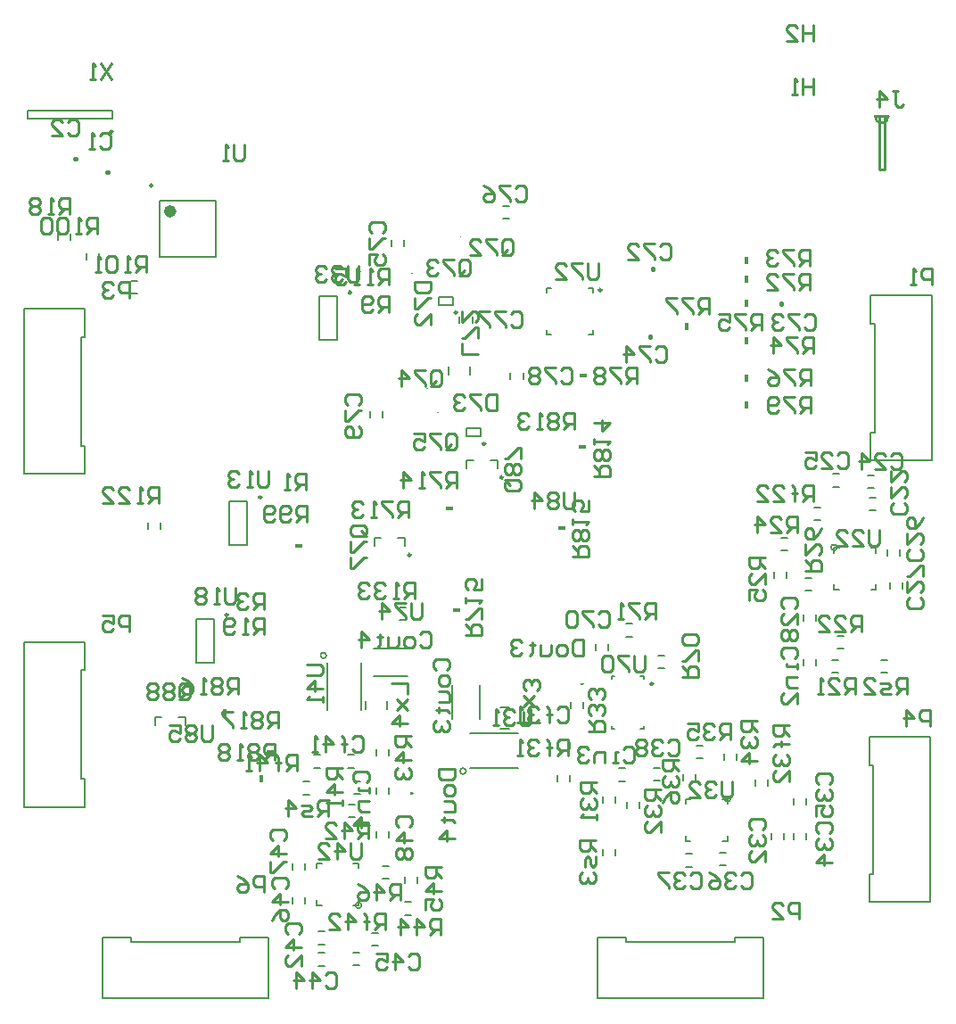
<source format=gto>
%FSLAX44Y44*%
%MOMM*%
G71*
G01*
G75*
G04 Layer_Color=65535*
%ADD10R,1.2192X0.8128*%
%ADD11R,0.6500X0.2500*%
%ADD12R,0.1900X0.7500*%
%ADD13R,1.6500X4.4000*%
%ADD14R,0.8128X1.2192*%
%ADD15R,0.3048X0.8128*%
%ADD16R,0.8128X0.3048*%
%ADD17R,0.6500X0.8500*%
%ADD18R,0.9500X0.6500*%
%ADD19R,2.0066X0.8128*%
%ADD20R,0.3556X1.4224*%
%ADD21R,1.2192X2.0066*%
%ADD22R,2.0066X1.2192*%
%ADD23R,1.0160X1.1176*%
%ADD24O,1.0000X0.2500*%
%ADD25O,0.2500X1.0000*%
%ADD26R,2.4500X2.4500*%
%ADD27R,0.8000X0.9000*%
%ADD28R,2.1000X0.7000*%
%ADD29R,0.7112X0.9144*%
%ADD30R,0.8890X0.3048*%
%ADD31R,0.2000X0.9100*%
%ADD32R,0.4500X0.5000*%
%ADD33R,0.8300X0.6300*%
%ADD34R,1.1176X1.0160*%
%ADD35O,1.6500X0.3000*%
%ADD36R,1.3000X1.9000*%
%ADD37R,0.9144X0.7112*%
%ADD38O,2.1000X0.3000*%
%ADD39O,0.3000X2.1000*%
%ADD40R,1.4224X0.3556*%
%ADD41R,0.8500X0.6500*%
%ADD42R,0.6500X0.9500*%
%ADD43R,0.8128X2.0066*%
%ADD44C,0.5080*%
%ADD45C,0.2540*%
%ADD46C,0.0000*%
%ADD47R,1.9500X2.0000*%
%ADD48R,0.6500X0.8500*%
%ADD49R,2.0000X1.9500*%
%ADD50R,1.2700X1.2700*%
%ADD51C,1.2700*%
%ADD52C,1.0160*%
%ADD53R,2.7178X2.7178*%
%ADD54R,1.0668X1.0670*%
%ADD55C,1.0670*%
%ADD56R,1.0670X1.0670*%
%ADD57R,2.7178X2.7178*%
%ADD58C,4.2000*%
%ADD59C,0.5000*%
%ADD60C,1.1540*%
%ADD61R,1.0670X1.0670*%
%ADD62C,1.5240*%
%ADD63C,0.9652*%
%ADD64C,0.4540*%
%ADD65C,1.0160*%
%ADD66C,2.0320*%
%ADD67C,1.7780*%
%ADD68C,1.8290*%
%ADD69C,5.2160*%
%ADD70C,1.5160*%
%ADD71C,1.9160*%
G04:AMPARAMS|DCode=72|XSize=2.424mm|YSize=2.424mm|CornerRadius=0mm|HoleSize=0mm|Usage=FLASHONLY|Rotation=0.000|XOffset=0mm|YOffset=0mm|HoleType=Round|Shape=Relief|Width=0.254mm|Gap=0.254mm|Entries=4|*
%AMTHD72*
7,0,0,2.4240,1.9160,0.2540,45*
%
%ADD72THD72*%
G04:AMPARAMS|DCode=73|XSize=2.286mm|YSize=2.286mm|CornerRadius=0mm|HoleSize=0mm|Usage=FLASHONLY|Rotation=0.000|XOffset=0mm|YOffset=0mm|HoleType=Round|Shape=Relief|Width=0.254mm|Gap=0.254mm|Entries=4|*
%AMTHD73*
7,0,0,2.2860,1.7780,0.2540,45*
%
%ADD73THD73*%
%ADD74C,2.6160*%
%ADD75C,1.7272*%
%ADD76C,1.2160*%
G04:AMPARAMS|DCode=77|XSize=2.2352mm|YSize=2.2352mm|CornerRadius=0mm|HoleSize=0mm|Usage=FLASHONLY|Rotation=0.000|XOffset=0mm|YOffset=0mm|HoleType=Round|Shape=Relief|Width=0.254mm|Gap=0.254mm|Entries=4|*
%AMTHD77*
7,0,0,2.2352,1.7272,0.2540,45*
%
%ADD77THD77*%
G04:AMPARAMS|DCode=78|XSize=2.337mm|YSize=2.337mm|CornerRadius=0mm|HoleSize=0mm|Usage=FLASHONLY|Rotation=0.000|XOffset=0mm|YOffset=0mm|HoleType=Round|Shape=Relief|Width=0.254mm|Gap=0.254mm|Entries=4|*
%AMTHD78*
7,0,0,2.3370,1.8290,0.2540,45*
%
%ADD78THD78*%
%ADD79O,1.1000X0.8000*%
%ADD80R,1.1000X0.8000*%
%ADD81R,2.4000X1.2000*%
%ADD82R,1.7000X0.3500*%
%ADD83R,1.1176X1.1000*%
%ADD84R,1.1000X1.1000*%
%ADD85R,1.1176X1.1176*%
%ADD86R,1.1000X1.1176*%
%ADD87R,1.1000X1.1176*%
%ADD88R,1.1000X1.1000*%
%ADD89R,1.1176X1.1000*%
%ADD90R,1.1176X1.1000*%
%ADD91C,0.2500*%
%ADD92C,0.1270*%
%ADD93C,0.1000*%
%ADD94C,0.6000*%
%ADD95C,0.1524*%
%ADD96C,0.2000*%
%ADD97C,0.2032*%
%ADD98C,0.4064*%
%ADD99R,0.7620X0.4572*%
%ADD100R,0.4572X0.7620*%
D45*
X1339850Y1126490D02*
G03*
X1352550Y1126490I6350J0D01*
G01*
X899570Y483750D02*
G03*
X899570Y483750I500J0D01*
G01*
X1061340Y587650D02*
G03*
X1061340Y587650I500J0D01*
G01*
X1352550Y1126490D02*
X1343660D01*
X1348740D02*
X1339850D01*
X1348740Y1075690D02*
Y1126490D01*
Y1075690D02*
X1343660D01*
Y1126490D01*
X1356236Y1150488D02*
X1361314D01*
X1358775D01*
Y1137792D01*
X1361314Y1135253D01*
X1363854D01*
X1366393Y1137792D01*
X1343540Y1135253D02*
Y1150488D01*
X1351158Y1142870D01*
X1341001D01*
X1280922Y1212997D02*
Y1197762D01*
Y1205379D01*
X1270765D01*
Y1212997D01*
Y1197762D01*
X1255530D02*
X1265687D01*
X1255530Y1207919D01*
Y1210458D01*
X1258069Y1212997D01*
X1263148D01*
X1265687Y1210458D01*
X1280922Y1162197D02*
Y1146962D01*
Y1154579D01*
X1270765D01*
Y1162197D01*
Y1146962D01*
X1265687D02*
X1260609D01*
X1263148D01*
Y1162197D01*
X1265687Y1159658D01*
X800100Y741426D02*
Y756661D01*
X792482D01*
X789943Y754122D01*
Y749044D01*
X792482Y746504D01*
X800100D01*
X795021D02*
X789943Y741426D01*
X784865Y743965D02*
X782326Y741426D01*
X777247D01*
X774708Y743965D01*
Y754122D01*
X777247Y756661D01*
X782326D01*
X784865Y754122D01*
Y751583D01*
X782326Y749044D01*
X774708D01*
X769630Y743965D02*
X767091Y741426D01*
X762012D01*
X759473Y743965D01*
Y754122D01*
X762012Y756661D01*
X767091D01*
X769630Y754122D01*
Y751583D01*
X767091Y749044D01*
X759473D01*
X962655Y900430D02*
X947420D01*
Y910587D01*
X962655Y915665D02*
Y925822D01*
X960116D01*
X949959Y915665D01*
X947420D01*
Y941057D02*
Y930900D01*
X957577Y941057D01*
X960116D01*
X962655Y938518D01*
Y933439D01*
X960116Y930900D01*
X951230Y633730D02*
X966465D01*
Y641348D01*
X963926Y643887D01*
X958847D01*
X956308Y641348D01*
Y633730D01*
Y638808D02*
X951230Y643887D01*
X966465Y648965D02*
Y659122D01*
X963926D01*
X953769Y648965D01*
X951230D01*
Y664200D02*
Y669278D01*
Y666739D01*
X966465D01*
X963926Y664200D01*
X966465Y687053D02*
Y676896D01*
X958847D01*
X961386Y681974D01*
Y684514D01*
X958847Y687053D01*
X953769D01*
X951230Y684514D01*
Y679435D01*
X953769Y676896D01*
X942340Y773430D02*
Y788665D01*
X934722D01*
X932183Y786126D01*
Y781048D01*
X934722Y778508D01*
X942340D01*
X937261D02*
X932183Y773430D01*
X927105Y788665D02*
X916948D01*
Y786126D01*
X927105Y775969D01*
Y773430D01*
X911870D02*
X906791D01*
X909331D01*
Y788665D01*
X911870Y786126D01*
X891556Y773430D02*
Y788665D01*
X899174Y781048D01*
X889017D01*
X896620Y745490D02*
Y760725D01*
X889002D01*
X886463Y758186D01*
Y753108D01*
X889002Y750568D01*
X896620D01*
X891541D02*
X886463Y745490D01*
X881385Y760725D02*
X871228D01*
Y758186D01*
X881385Y748029D01*
Y745490D01*
X866150D02*
X861071D01*
X863611D01*
Y760725D01*
X866150Y758186D01*
X853454D02*
X850915Y760725D01*
X845836D01*
X843297Y758186D01*
Y755647D01*
X845836Y753108D01*
X848375D01*
X845836D01*
X843297Y750568D01*
Y748029D01*
X845836Y745490D01*
X850915D01*
X853454Y748029D01*
X909320Y664205D02*
Y651509D01*
X906781Y648970D01*
X901702D01*
X899163Y651509D01*
Y664205D01*
X894085D02*
X883928D01*
Y661666D01*
X894085Y651509D01*
Y648970D01*
X871232D02*
Y664205D01*
X878850Y656588D01*
X868693D01*
X1076960Y986785D02*
Y974089D01*
X1074421Y971550D01*
X1069342D01*
X1066803Y974089D01*
Y986785D01*
X1061725D02*
X1051568D01*
Y984246D01*
X1061725Y974089D01*
Y971550D01*
X1036333D02*
X1046490D01*
X1036333Y981707D01*
Y984246D01*
X1038872Y986785D01*
X1043951D01*
X1046490Y984246D01*
X1278890Y844550D02*
Y859785D01*
X1271272D01*
X1268733Y857246D01*
Y852168D01*
X1271272Y849628D01*
X1278890D01*
X1273811D02*
X1268733Y844550D01*
X1263655Y859785D02*
X1253498D01*
Y857246D01*
X1263655Y847089D01*
Y844550D01*
X1248420Y847089D02*
X1245881Y844550D01*
X1240802D01*
X1238263Y847089D01*
Y857246D01*
X1240802Y859785D01*
X1245881D01*
X1248420Y857246D01*
Y854707D01*
X1245881Y852168D01*
X1238263D01*
X1113790Y872490D02*
Y887725D01*
X1106172D01*
X1103633Y885186D01*
Y880107D01*
X1106172Y877568D01*
X1113790D01*
X1108711D02*
X1103633Y872490D01*
X1098555Y887725D02*
X1088398D01*
Y885186D01*
X1098555Y875029D01*
Y872490D01*
X1083320Y885186D02*
X1080780Y887725D01*
X1075702D01*
X1073163Y885186D01*
Y882647D01*
X1075702Y880107D01*
X1073163Y877568D01*
Y875029D01*
X1075702Y872490D01*
X1080780D01*
X1083320Y875029D01*
Y877568D01*
X1080780Y880107D01*
X1083320Y882647D01*
Y885186D01*
X1080780Y880107D02*
X1075702D01*
X1182370Y938530D02*
Y953765D01*
X1174752D01*
X1172213Y951226D01*
Y946148D01*
X1174752Y943608D01*
X1182370D01*
X1177291D02*
X1172213Y938530D01*
X1167135Y953765D02*
X1156978D01*
Y951226D01*
X1167135Y941069D01*
Y938530D01*
X1151900Y953765D02*
X1141743D01*
Y951226D01*
X1151900Y941069D01*
Y938530D01*
X1278890Y871220D02*
Y886455D01*
X1271272D01*
X1268733Y883916D01*
Y878838D01*
X1271272Y876298D01*
X1278890D01*
X1273811D02*
X1268733Y871220D01*
X1263655Y886455D02*
X1253498D01*
Y883916D01*
X1263655Y873759D01*
Y871220D01*
X1238263Y886455D02*
X1243341Y883916D01*
X1248420Y878838D01*
Y873759D01*
X1245881Y871220D01*
X1240802D01*
X1238263Y873759D01*
Y876298D01*
X1240802Y878838D01*
X1248420D01*
X1231900Y923290D02*
Y938525D01*
X1224282D01*
X1221743Y935986D01*
Y930908D01*
X1224282Y928368D01*
X1231900D01*
X1226821D02*
X1221743Y923290D01*
X1216665Y938525D02*
X1206508D01*
Y935986D01*
X1216665Y925829D01*
Y923290D01*
X1191273Y938525D02*
X1201430D01*
Y930908D01*
X1196351Y933447D01*
X1193812D01*
X1191273Y930908D01*
Y925829D01*
X1193812Y923290D01*
X1198891D01*
X1201430Y925829D01*
X1281430Y901700D02*
Y916935D01*
X1273812D01*
X1271273Y914396D01*
Y909317D01*
X1273812Y906778D01*
X1281430D01*
X1276351D02*
X1271273Y901700D01*
X1266195Y916935D02*
X1256038D01*
Y914396D01*
X1266195Y904239D01*
Y901700D01*
X1243342D02*
Y916935D01*
X1250960Y909317D01*
X1240803D01*
X1277620Y984250D02*
Y999485D01*
X1270002D01*
X1267463Y996946D01*
Y991868D01*
X1270002Y989328D01*
X1277620D01*
X1272541D02*
X1267463Y984250D01*
X1262385Y999485D02*
X1252228D01*
Y996946D01*
X1262385Y986789D01*
Y984250D01*
X1247150Y996946D02*
X1244611Y999485D01*
X1239532D01*
X1236993Y996946D01*
Y994407D01*
X1239532Y991868D01*
X1242071D01*
X1239532D01*
X1236993Y989328D01*
Y986789D01*
X1239532Y984250D01*
X1244611D01*
X1247150Y986789D01*
X1277620Y961390D02*
Y976625D01*
X1270002D01*
X1267463Y974086D01*
Y969007D01*
X1270002Y966468D01*
X1277620D01*
X1272541D02*
X1267463Y961390D01*
X1262385Y976625D02*
X1252228D01*
Y974086D01*
X1262385Y963929D01*
Y961390D01*
X1236993D02*
X1247150D01*
X1236993Y971547D01*
Y974086D01*
X1239532Y976625D01*
X1244611D01*
X1247150Y974086D01*
X854711Y727713D02*
X844554D01*
X842015Y730253D01*
Y735331D01*
X844554Y737870D01*
X854711D01*
X857250Y735331D01*
Y730253D01*
X852171Y732792D02*
X857250Y727713D01*
Y730253D02*
X854711Y727713D01*
X842015Y722635D02*
Y712478D01*
X844554D01*
X854711Y722635D01*
X857250D01*
X842015Y707400D02*
Y697243D01*
X844554D01*
X854711Y707400D01*
X857250D01*
X932183Y812799D02*
Y822956D01*
X934722Y825495D01*
X939801D01*
X942340Y822956D01*
Y812799D01*
X939801Y810260D01*
X934722D01*
X937261Y815338D02*
X932183Y810260D01*
X934722D02*
X932183Y812799D01*
X927105Y825495D02*
X916948D01*
Y822956D01*
X927105Y812799D01*
Y810260D01*
X901713Y825495D02*
X911870D01*
Y817878D01*
X906791Y820417D01*
X904252D01*
X901713Y817878D01*
Y812799D01*
X904252Y810260D01*
X909331D01*
X911870Y812799D01*
X918213Y872489D02*
Y882646D01*
X920752Y885185D01*
X925831D01*
X928370Y882646D01*
Y872489D01*
X925831Y869950D01*
X920752D01*
X923291Y875028D02*
X918213Y869950D01*
X920752D02*
X918213Y872489D01*
X913135Y885185D02*
X902978D01*
Y882646D01*
X913135Y872489D01*
Y869950D01*
X890282D02*
Y885185D01*
X897900Y877568D01*
X887743D01*
X944883Y977899D02*
Y988056D01*
X947422Y990595D01*
X952501D01*
X955040Y988056D01*
Y977899D01*
X952501Y975360D01*
X947422D01*
X949961Y980438D02*
X944883Y975360D01*
X947422D02*
X944883Y977899D01*
X939805Y990595D02*
X929648D01*
Y988056D01*
X939805Y977899D01*
Y975360D01*
X924570Y988056D02*
X922030Y990595D01*
X916952D01*
X914413Y988056D01*
Y985517D01*
X916952Y982978D01*
X919491D01*
X916952D01*
X914413Y980438D01*
Y977899D01*
X916952Y975360D01*
X922030D01*
X924570Y977899D01*
X985523Y996949D02*
Y1007106D01*
X988062Y1009645D01*
X993141D01*
X995680Y1007106D01*
Y996949D01*
X993141Y994410D01*
X988062D01*
X990601Y999488D02*
X985523Y994410D01*
X988062D02*
X985523Y996949D01*
X980445Y1009645D02*
X970288D01*
Y1007106D01*
X980445Y996949D01*
Y994410D01*
X955053D02*
X965210D01*
X955053Y1004567D01*
Y1007106D01*
X957592Y1009645D01*
X962671D01*
X965210Y1007106D01*
X980440Y862325D02*
Y847090D01*
X972822D01*
X970283Y849629D01*
Y859786D01*
X972822Y862325D01*
X980440D01*
X965205D02*
X955048D01*
Y859786D01*
X965205Y849629D01*
Y847090D01*
X949970Y859786D02*
X947430Y862325D01*
X942352D01*
X939813Y859786D01*
Y857247D01*
X942352Y854707D01*
X944891D01*
X942352D01*
X939813Y852168D01*
Y849629D01*
X942352Y847090D01*
X947430D01*
X949970Y849629D01*
X902975Y969010D02*
X918210D01*
Y961393D01*
X915671Y958853D01*
X905514D01*
X902975Y961393D01*
Y969010D01*
Y953775D02*
Y943618D01*
X905514D01*
X915671Y953775D01*
X918210D01*
Y928383D02*
Y938540D01*
X908053Y928383D01*
X905514D01*
X902975Y930922D01*
Y936001D01*
X905514Y938540D01*
X839474Y852173D02*
X836935Y854713D01*
Y859791D01*
X839474Y862330D01*
X849631D01*
X852170Y859791D01*
Y854713D01*
X849631Y852173D01*
X836935Y847095D02*
Y836938D01*
X839474D01*
X849631Y847095D01*
X852170D01*
X849631Y831860D02*
X852170Y829321D01*
Y824242D01*
X849631Y821703D01*
X839474D01*
X836935Y824242D01*
Y829321D01*
X839474Y831860D01*
X842013D01*
X844552Y829321D01*
Y821703D01*
X1041403Y885186D02*
X1043942Y887725D01*
X1049021D01*
X1051560Y885186D01*
Y875029D01*
X1049021Y872490D01*
X1043942D01*
X1041403Y875029D01*
X1036325Y887725D02*
X1026168D01*
Y885186D01*
X1036325Y875029D01*
Y872490D01*
X1021090Y885186D02*
X1018550Y887725D01*
X1013472D01*
X1010933Y885186D01*
Y882647D01*
X1013472Y880107D01*
X1010933Y877568D01*
Y875029D01*
X1013472Y872490D01*
X1018550D01*
X1021090Y875029D01*
Y877568D01*
X1018550Y880107D01*
X1021090Y882647D01*
Y885186D01*
X1018550Y880107D02*
X1013472D01*
X994533Y938646D02*
X997072Y941185D01*
X1002151D01*
X1004690Y938646D01*
Y928489D01*
X1002151Y925950D01*
X997072D01*
X994533Y928489D01*
X989455Y941185D02*
X979298D01*
Y938646D01*
X989455Y928489D01*
Y925950D01*
X974220Y941185D02*
X964063D01*
Y938646D01*
X974220Y928489D01*
Y925950D01*
X998223Y1057906D02*
X1000762Y1060445D01*
X1005841D01*
X1008380Y1057906D01*
Y1047749D01*
X1005841Y1045210D01*
X1000762D01*
X998223Y1047749D01*
X993145Y1060445D02*
X982988D01*
Y1057906D01*
X993145Y1047749D01*
Y1045210D01*
X967753Y1060445D02*
X972831Y1057906D01*
X977910Y1052828D01*
Y1047749D01*
X975370Y1045210D01*
X970292D01*
X967753Y1047749D01*
Y1050288D01*
X970292Y1052828D01*
X977910D01*
X862334Y1016003D02*
X859795Y1018542D01*
Y1023621D01*
X862334Y1026160D01*
X872491D01*
X875030Y1023621D01*
Y1018542D01*
X872491Y1016003D01*
X859795Y1010925D02*
Y1000768D01*
X862334D01*
X872491Y1010925D01*
X875030D01*
X859795Y985533D02*
Y995690D01*
X867412D01*
X864873Y990611D01*
Y988072D01*
X867412Y985533D01*
X872491D01*
X875030Y988072D01*
Y993151D01*
X872491Y995690D01*
X1131573Y905506D02*
X1134112Y908045D01*
X1139191D01*
X1141730Y905506D01*
Y895349D01*
X1139191Y892810D01*
X1134112D01*
X1131573Y895349D01*
X1126495Y908045D02*
X1116338D01*
Y905506D01*
X1126495Y895349D01*
Y892810D01*
X1103642D02*
Y908045D01*
X1111260Y900427D01*
X1101103D01*
X1272543Y935986D02*
X1275082Y938525D01*
X1280161D01*
X1282700Y935986D01*
Y925829D01*
X1280161Y923290D01*
X1275082D01*
X1272543Y925829D01*
X1267465Y938525D02*
X1257308D01*
Y935986D01*
X1267465Y925829D01*
Y923290D01*
X1252230Y935986D02*
X1249690Y938525D01*
X1244612D01*
X1242073Y935986D01*
Y933447D01*
X1244612Y930908D01*
X1247151D01*
X1244612D01*
X1242073Y928368D01*
Y925829D01*
X1244612Y923290D01*
X1249690D01*
X1252230Y925829D01*
X1135383Y1003296D02*
X1137922Y1005835D01*
X1143001D01*
X1145540Y1003296D01*
Y993139D01*
X1143001Y990600D01*
X1137922D01*
X1135383Y993139D01*
X1130305Y1005835D02*
X1120148D01*
Y1003296D01*
X1130305Y993139D01*
Y990600D01*
X1104913D02*
X1115070D01*
X1104913Y1000757D01*
Y1003296D01*
X1107452Y1005835D01*
X1112531D01*
X1115070Y1003296D01*
X603761Y1108452D02*
X606300Y1110991D01*
X611379D01*
X613918Y1108452D01*
Y1098295D01*
X611379Y1095756D01*
X606300D01*
X603761Y1098295D01*
X598683Y1095756D02*
X593604D01*
X596143D01*
Y1110991D01*
X598683Y1108452D01*
X1367786Y759457D02*
X1370325Y756917D01*
Y751839D01*
X1367786Y749300D01*
X1357629D01*
X1355090Y751839D01*
Y756917D01*
X1357629Y759457D01*
X1355090Y774692D02*
Y764535D01*
X1365246Y774692D01*
X1367786D01*
X1370325Y772153D01*
Y767074D01*
X1367786Y764535D01*
X1355090Y789927D02*
Y779770D01*
X1365246Y789927D01*
X1367786D01*
X1370325Y787388D01*
Y782309D01*
X1367786Y779770D01*
X1354983Y803906D02*
X1357522Y806445D01*
X1362601D01*
X1365140Y803906D01*
Y793749D01*
X1362601Y791210D01*
X1357522D01*
X1354983Y793749D01*
X1339748Y791210D02*
X1349905D01*
X1339748Y801367D01*
Y803906D01*
X1342287Y806445D01*
X1347366D01*
X1349905Y803906D01*
X1327052Y791210D02*
Y806445D01*
X1334670Y798828D01*
X1324513D01*
X1304293Y805176D02*
X1306832Y807715D01*
X1311911D01*
X1314450Y805176D01*
Y795019D01*
X1311911Y792480D01*
X1306832D01*
X1304293Y795019D01*
X1289058Y792480D02*
X1299215D01*
X1289058Y802637D01*
Y805176D01*
X1291597Y807715D01*
X1296676D01*
X1299215Y805176D01*
X1273823Y807715D02*
X1283980D01*
Y800098D01*
X1278901Y802637D01*
X1276362D01*
X1273823Y800098D01*
Y795019D01*
X1276362Y792480D01*
X1281440D01*
X1283980Y795019D01*
X1383026Y715007D02*
X1385565Y712467D01*
Y707389D01*
X1383026Y704850D01*
X1372869D01*
X1370330Y707389D01*
Y712467D01*
X1372869Y715007D01*
X1370330Y730242D02*
Y720085D01*
X1380486Y730242D01*
X1383026D01*
X1385565Y727703D01*
Y722624D01*
X1383026Y720085D01*
X1385565Y745477D02*
X1383026Y740398D01*
X1377947Y735320D01*
X1372869D01*
X1370330Y737859D01*
Y742938D01*
X1372869Y745477D01*
X1375408D01*
X1377947Y742938D01*
Y735320D01*
X1383026Y669287D02*
X1385565Y666748D01*
Y661669D01*
X1383026Y659130D01*
X1372869D01*
X1370330Y661669D01*
Y666748D01*
X1372869Y669287D01*
X1370330Y684522D02*
Y674365D01*
X1380486Y684522D01*
X1383026D01*
X1385565Y681983D01*
Y676904D01*
X1383026Y674365D01*
X1385565Y689600D02*
Y699757D01*
X1383026D01*
X1372869Y689600D01*
X1370330D01*
X1253494Y659133D02*
X1250955Y661673D01*
Y666751D01*
X1253494Y669290D01*
X1263651D01*
X1266190Y666751D01*
Y661673D01*
X1263651Y659133D01*
X1266190Y643898D02*
Y654055D01*
X1256033Y643898D01*
X1253494D01*
X1250955Y646437D01*
Y651516D01*
X1253494Y654055D01*
Y638820D02*
X1250955Y636281D01*
Y631202D01*
X1253494Y628663D01*
X1256033D01*
X1258572Y631202D01*
X1261111Y628663D01*
X1263651D01*
X1266190Y631202D01*
Y636281D01*
X1263651Y638820D01*
X1261111D01*
X1258572Y636281D01*
X1256033Y638820D01*
X1253494D01*
X1258572Y636281D02*
Y631202D01*
X1223014Y449583D02*
X1220475Y452122D01*
Y457201D01*
X1223014Y459740D01*
X1233171D01*
X1235710Y457201D01*
Y452122D01*
X1233171Y449583D01*
X1223014Y444505D02*
X1220475Y441966D01*
Y436887D01*
X1223014Y434348D01*
X1225553D01*
X1228092Y436887D01*
Y439427D01*
Y436887D01*
X1230631Y434348D01*
X1233171D01*
X1235710Y436887D01*
Y441966D01*
X1233171Y444505D01*
X1235710Y419113D02*
Y429270D01*
X1225553Y419113D01*
X1223014D01*
X1220475Y421652D01*
Y426731D01*
X1223014Y429270D01*
X1286514Y445773D02*
X1283975Y448312D01*
Y453391D01*
X1286514Y455930D01*
X1296671D01*
X1299210Y453391D01*
Y448312D01*
X1296671Y445773D01*
X1286514Y440695D02*
X1283975Y438156D01*
Y433077D01*
X1286514Y430538D01*
X1289053D01*
X1291592Y433077D01*
Y435617D01*
Y433077D01*
X1294131Y430538D01*
X1296671D01*
X1299210Y433077D01*
Y438156D01*
X1296671Y440695D01*
X1299210Y417842D02*
X1283975D01*
X1291592Y425460D01*
Y415303D01*
X1286514Y492763D02*
X1283975Y495303D01*
Y500381D01*
X1286514Y502920D01*
X1296671D01*
X1299210Y500381D01*
Y495303D01*
X1296671Y492763D01*
X1286514Y487685D02*
X1283975Y485146D01*
Y480067D01*
X1286514Y477528D01*
X1289053D01*
X1291592Y480067D01*
Y482607D01*
Y480067D01*
X1294131Y477528D01*
X1296671D01*
X1299210Y480067D01*
Y485146D01*
X1296671Y487685D01*
X1283975Y462293D02*
Y472450D01*
X1291592D01*
X1289053Y467371D01*
Y464832D01*
X1291592Y462293D01*
X1296671D01*
X1299210Y464832D01*
Y469911D01*
X1296671Y472450D01*
X1212853Y406396D02*
X1215392Y408935D01*
X1220471D01*
X1223010Y406396D01*
Y396239D01*
X1220471Y393700D01*
X1215392D01*
X1212853Y396239D01*
X1207775Y406396D02*
X1205236Y408935D01*
X1200157D01*
X1197618Y406396D01*
Y403857D01*
X1200157Y401317D01*
X1202696D01*
X1200157D01*
X1197618Y398778D01*
Y396239D01*
X1200157Y393700D01*
X1205236D01*
X1207775Y396239D01*
X1182383Y408935D02*
X1187461Y406396D01*
X1192540Y401317D01*
Y396239D01*
X1190001Y393700D01*
X1184922D01*
X1182383Y396239D01*
Y398778D01*
X1184922Y401317D01*
X1192540D01*
X1164593Y406396D02*
X1167132Y408935D01*
X1172211D01*
X1174750Y406396D01*
Y396239D01*
X1172211Y393700D01*
X1167132D01*
X1164593Y396239D01*
X1159515Y406396D02*
X1156975Y408935D01*
X1151897D01*
X1149358Y406396D01*
Y403857D01*
X1151897Y401317D01*
X1154436D01*
X1151897D01*
X1149358Y398778D01*
Y396239D01*
X1151897Y393700D01*
X1156975D01*
X1159515Y396239D01*
X1144280Y408935D02*
X1134123D01*
Y406396D01*
X1144280Y396239D01*
Y393700D01*
X1143003Y532126D02*
X1145542Y534665D01*
X1150621D01*
X1153160Y532126D01*
Y521969D01*
X1150621Y519430D01*
X1145542D01*
X1143003Y521969D01*
X1137925Y532126D02*
X1135386Y534665D01*
X1130307D01*
X1127768Y532126D01*
Y529587D01*
X1130307Y527048D01*
X1132846D01*
X1130307D01*
X1127768Y524508D01*
Y521969D01*
X1130307Y519430D01*
X1135386D01*
X1137925Y521969D01*
X1122690Y532126D02*
X1120151Y534665D01*
X1115072D01*
X1112533Y532126D01*
Y529587D01*
X1115072Y527048D01*
X1112533Y524508D01*
Y521969D01*
X1115072Y519430D01*
X1120151D01*
X1122690Y521969D01*
Y524508D01*
X1120151Y527048D01*
X1122690Y529587D01*
Y532126D01*
X1120151Y527048D02*
X1115072D01*
X782324Y350015D02*
X779785Y352555D01*
Y357633D01*
X782324Y360172D01*
X792481D01*
X795020Y357633D01*
Y352555D01*
X792481Y350015D01*
X795020Y337319D02*
X779785D01*
X787402Y344937D01*
Y334780D01*
X795020Y319545D02*
Y329702D01*
X784863Y319545D01*
X782324D01*
X779785Y322084D01*
Y327163D01*
X782324Y329702D01*
X817883Y311146D02*
X820422Y313685D01*
X825501D01*
X828040Y311146D01*
Y300989D01*
X825501Y298450D01*
X820422D01*
X817883Y300989D01*
X805187Y298450D02*
Y313685D01*
X812805Y306068D01*
X802648D01*
X789952Y298450D02*
Y313685D01*
X797570Y306068D01*
X787413D01*
X896623Y328926D02*
X899162Y331465D01*
X904241D01*
X906780Y328926D01*
Y318769D01*
X904241Y316230D01*
X899162D01*
X896623Y318769D01*
X883927Y316230D02*
Y331465D01*
X891545Y323848D01*
X881388D01*
X866153Y331465D02*
X876310D01*
Y323848D01*
X871231Y326387D01*
X868692D01*
X866153Y323848D01*
Y318769D01*
X868692Y316230D01*
X873771D01*
X876310Y318769D01*
X769624Y393703D02*
X767085Y396242D01*
Y401321D01*
X769624Y403860D01*
X779781D01*
X782320Y401321D01*
Y396242D01*
X779781Y393703D01*
X782320Y381007D02*
X767085D01*
X774702Y388625D01*
Y378468D01*
X767085Y363233D02*
X769624Y368312D01*
X774702Y373390D01*
X779781D01*
X782320Y370851D01*
Y365772D01*
X779781Y363233D01*
X777241D01*
X774702Y365772D01*
Y373390D01*
X768354Y439423D02*
X765815Y441963D01*
Y447041D01*
X768354Y449580D01*
X778511D01*
X781050Y447041D01*
Y441963D01*
X778511Y439423D01*
X781050Y426727D02*
X765815D01*
X773432Y434345D01*
Y424188D01*
X765815Y419110D02*
Y408953D01*
X768354D01*
X778511Y419110D01*
X781050D01*
X887734Y452123D02*
X885195Y454663D01*
Y459741D01*
X887734Y462280D01*
X897891D01*
X900430Y459741D01*
Y454663D01*
X897891Y452123D01*
X900430Y439427D02*
X885195D01*
X892812Y447045D01*
Y436888D01*
X887734Y431810D02*
X885195Y429271D01*
Y424192D01*
X887734Y421653D01*
X890273D01*
X892812Y424192D01*
X895351Y421653D01*
X897891D01*
X900430Y424192D01*
Y429271D01*
X897891Y431810D01*
X895351D01*
X892812Y429271D01*
X890273Y431810D01*
X887734D01*
X892812Y429271D02*
Y424192D01*
X1076963Y654046D02*
X1079502Y656585D01*
X1084581D01*
X1087120Y654046D01*
Y643889D01*
X1084581Y641350D01*
X1079502D01*
X1076963Y643889D01*
X1071885Y656585D02*
X1061728D01*
Y654046D01*
X1071885Y643889D01*
Y641350D01*
X1056650Y654046D02*
X1054110Y656585D01*
X1049032D01*
X1046493Y654046D01*
Y643889D01*
X1049032Y641350D01*
X1054110D01*
X1056650Y643889D01*
Y654046D01*
X1038355Y564130D02*
X1040894Y566669D01*
X1045973D01*
X1048512Y564130D01*
Y553973D01*
X1045973Y551434D01*
X1040894D01*
X1038355Y553973D01*
X1030738Y551434D02*
Y564130D01*
Y559052D01*
X1033277D01*
X1028198D01*
X1030738D01*
Y564130D01*
X1028198Y566669D01*
X1020581Y564130D02*
X1018042Y566669D01*
X1012963D01*
X1010424Y564130D01*
Y561591D01*
X1012963Y559052D01*
X1015502D01*
X1012963D01*
X1010424Y556512D01*
Y553973D01*
X1012963Y551434D01*
X1018042D01*
X1020581Y553973D01*
X1005346Y551434D02*
X1000267D01*
X1002807D01*
Y566669D01*
X1005346Y564130D01*
X843283Y535936D02*
X845822Y538475D01*
X850901D01*
X853440Y535936D01*
Y525779D01*
X850901Y523240D01*
X845822D01*
X843283Y525779D01*
X835666Y523240D02*
Y535936D01*
Y530858D01*
X838205D01*
X833126D01*
X835666D01*
Y535936D01*
X833126Y538475D01*
X817891Y523240D02*
Y538475D01*
X825509Y530858D01*
X815352D01*
X810274Y523240D02*
X805195D01*
X807735D01*
Y538475D01*
X810274Y535936D01*
X1253494Y612143D02*
X1250955Y614683D01*
Y619761D01*
X1253494Y622300D01*
X1263651D01*
X1266190Y619761D01*
Y614683D01*
X1263651Y612143D01*
X1266190Y607065D02*
Y601987D01*
Y604526D01*
X1256033D01*
Y607065D01*
X1266190Y594369D02*
X1256033D01*
Y586752D01*
X1258572Y584212D01*
X1266190D01*
Y568977D02*
Y579134D01*
X1256033Y568977D01*
X1253494D01*
X1250955Y571516D01*
Y576595D01*
X1253494Y579134D01*
X1101093Y525776D02*
X1103632Y528315D01*
X1108711D01*
X1111250Y525776D01*
Y515619D01*
X1108711Y513080D01*
X1103632D01*
X1101093Y515619D01*
X1096015Y513080D02*
X1090936D01*
X1093475D01*
Y523237D01*
X1096015D01*
X1083319Y513080D02*
Y523237D01*
X1075701D01*
X1073162Y520698D01*
Y513080D01*
X1068084Y525776D02*
X1065545Y528315D01*
X1060466D01*
X1057927Y525776D01*
Y523237D01*
X1060466Y520698D01*
X1063005D01*
X1060466D01*
X1057927Y518158D01*
Y515619D01*
X1060466Y513080D01*
X1065545D01*
X1068084Y515619D01*
X847094Y494033D02*
X844555Y496572D01*
Y501651D01*
X847094Y504190D01*
X857251D01*
X859790Y501651D01*
Y496572D01*
X857251Y494033D01*
X859790Y488955D02*
Y483877D01*
Y486416D01*
X849633D01*
Y488955D01*
X859790Y476259D02*
X849633D01*
Y468642D01*
X852172Y466102D01*
X859790D01*
Y453406D02*
X844555D01*
X852172Y461024D01*
Y450867D01*
X923294Y600713D02*
X920755Y603252D01*
Y608331D01*
X923294Y610870D01*
X933451D01*
X935990Y608331D01*
Y603252D01*
X933451Y600713D01*
X935990Y593096D02*
Y588017D01*
X933451Y585478D01*
X928372D01*
X925833Y588017D01*
Y593096D01*
X928372Y595635D01*
X933451D01*
X935990Y593096D01*
X925833Y580400D02*
X933451D01*
X935990Y577861D01*
Y570243D01*
X925833D01*
X923294Y562626D02*
X925833D01*
Y565165D01*
Y560086D01*
Y562626D01*
X933451D01*
X935990Y560086D01*
X923294Y552469D02*
X920755Y549930D01*
Y544851D01*
X923294Y542312D01*
X925833D01*
X928372Y544851D01*
Y547391D01*
Y544851D01*
X930911Y542312D01*
X933451D01*
X935990Y544851D01*
Y549930D01*
X933451Y552469D01*
X908053Y634996D02*
X910592Y637535D01*
X915671D01*
X918210Y634996D01*
Y624839D01*
X915671Y622300D01*
X910592D01*
X908053Y624839D01*
X900435Y622300D02*
X895357D01*
X892818Y624839D01*
Y629917D01*
X895357Y632457D01*
X900435D01*
X902975Y629917D01*
Y624839D01*
X900435Y622300D01*
X887740Y632457D02*
Y624839D01*
X885201Y622300D01*
X877583D01*
Y632457D01*
X869965Y634996D02*
Y632457D01*
X872505D01*
X867426D01*
X869965D01*
Y624839D01*
X867426Y622300D01*
X852191D02*
Y637535D01*
X859809Y629917D01*
X849652D01*
X1062482Y629407D02*
Y614172D01*
X1054864D01*
X1052325Y616711D01*
Y626868D01*
X1054864Y629407D01*
X1062482D01*
X1044707Y614172D02*
X1039629D01*
X1037090Y616711D01*
Y621790D01*
X1039629Y624329D01*
X1044707D01*
X1047247Y621790D01*
Y616711D01*
X1044707Y614172D01*
X1032012Y624329D02*
Y616711D01*
X1029473Y614172D01*
X1021855D01*
Y624329D01*
X1014237Y626868D02*
Y624329D01*
X1016777D01*
X1011698D01*
X1014237D01*
Y616711D01*
X1011698Y614172D01*
X1004081Y626868D02*
X1001542Y629407D01*
X996463D01*
X993924Y626868D01*
Y624329D01*
X996463Y621790D01*
X999002D01*
X996463D01*
X993924Y619250D01*
Y616711D01*
X996463Y614172D01*
X1001542D01*
X1004081Y616711D01*
X925835Y506730D02*
X941070D01*
Y499113D01*
X938531Y496573D01*
X928374D01*
X925835Y499113D01*
Y506730D01*
X941070Y488956D02*
Y483877D01*
X938531Y481338D01*
X933452D01*
X930913Y483877D01*
Y488956D01*
X933452Y491495D01*
X938531D01*
X941070Y488956D01*
X930913Y476260D02*
X938531D01*
X941070Y473721D01*
Y466103D01*
X930913D01*
X928374Y458486D02*
X930913D01*
Y461025D01*
Y455946D01*
Y458486D01*
X938531D01*
X941070Y455946D01*
Y440711D02*
X925835D01*
X933452Y448329D01*
Y438172D01*
X1021075Y551180D02*
X1005840D01*
Y561337D01*
X1015996Y566415D02*
X1005840Y576572D01*
X1010918Y571493D01*
X1015996Y576572D01*
X1005840Y566415D01*
X1018536Y581650D02*
X1021075Y584189D01*
Y589268D01*
X1018536Y591807D01*
X1015996D01*
X1013457Y589268D01*
Y586729D01*
Y589268D01*
X1010918Y591807D01*
X1008379D01*
X1005840Y589268D01*
Y584189D01*
X1008379Y581650D01*
X880877Y588010D02*
X896112D01*
Y577853D01*
X885955Y572775D02*
X896112Y562618D01*
X891033Y567697D01*
X885955Y562618D01*
X896112Y572775D01*
Y549922D02*
X880877D01*
X888494Y557540D01*
Y547383D01*
X1393571Y966597D02*
Y981832D01*
X1385953D01*
X1383414Y979293D01*
Y974214D01*
X1385953Y971675D01*
X1393571D01*
X1378336Y966597D02*
X1373257D01*
X1375797D01*
Y981832D01*
X1378336Y979293D01*
X1267460Y364490D02*
Y379725D01*
X1259842D01*
X1257303Y377186D01*
Y372108D01*
X1259842Y369568D01*
X1267460D01*
X1242068Y364490D02*
X1252225D01*
X1242068Y374647D01*
Y377186D01*
X1244607Y379725D01*
X1249686D01*
X1252225Y377186D01*
X631444Y954024D02*
Y969259D01*
X623826D01*
X621287Y966720D01*
Y961641D01*
X623826Y959102D01*
X631444D01*
X616209Y966720D02*
X613670Y969259D01*
X608591D01*
X606052Y966720D01*
Y964181D01*
X608591Y961641D01*
X611130D01*
X608591D01*
X606052Y959102D01*
Y956563D01*
X608591Y954024D01*
X613670D01*
X616209Y956563D01*
X1392301Y547497D02*
Y562732D01*
X1384683D01*
X1382144Y560193D01*
Y555115D01*
X1384683Y552575D01*
X1392301D01*
X1369448Y547497D02*
Y562732D01*
X1377066Y555115D01*
X1366909D01*
X631444Y637794D02*
Y653029D01*
X623826D01*
X621287Y650490D01*
Y645412D01*
X623826Y642872D01*
X631444D01*
X606052Y653029D02*
X616209D01*
Y645412D01*
X611130Y647951D01*
X608591D01*
X606052Y645412D01*
Y640333D01*
X608591Y637794D01*
X613670D01*
X616209Y640333D01*
X759460Y389890D02*
Y405125D01*
X751842D01*
X749303Y402586D01*
Y397508D01*
X751842Y394968D01*
X759460D01*
X734068Y405125D02*
X739146Y402586D01*
X744225Y397508D01*
Y392429D01*
X741685Y389890D01*
X736607D01*
X734068Y392429D01*
Y394968D01*
X736607Y397508D01*
X744225D01*
X990599Y781047D02*
X1000756D01*
X1003295Y778508D01*
Y773429D01*
X1000756Y770890D01*
X990599D01*
X988060Y773429D01*
Y778508D01*
X993138Y775968D02*
X988060Y781047D01*
Y778508D02*
X990599Y781047D01*
X1000756Y786125D02*
X1003295Y788664D01*
Y793743D01*
X1000756Y796282D01*
X998216D01*
X995677Y793743D01*
X993138Y796282D01*
X990599D01*
X988060Y793743D01*
Y788664D01*
X990599Y786125D01*
X993138D01*
X995677Y788664D01*
X998216Y786125D01*
X1000756D01*
X995677Y788664D02*
Y793743D01*
X1003295Y801360D02*
Y811517D01*
X1000756D01*
X990599Y801360D01*
X988060D01*
X679453Y575817D02*
Y585974D01*
X681992Y588513D01*
X687071D01*
X689610Y585974D01*
Y575817D01*
X687071Y573278D01*
X681992D01*
X684531Y578356D02*
X679453Y573278D01*
X681992D02*
X679453Y575817D01*
X674375Y585974D02*
X671835Y588513D01*
X666757D01*
X664218Y585974D01*
Y583435D01*
X666757Y580896D01*
X664218Y578356D01*
Y575817D01*
X666757Y573278D01*
X671835D01*
X674375Y575817D01*
Y578356D01*
X671835Y580896D01*
X674375Y583435D01*
Y585974D01*
X671835Y580896D02*
X666757D01*
X659140Y585974D02*
X656600Y588513D01*
X651522D01*
X648983Y585974D01*
Y583435D01*
X651522Y580896D01*
X648983Y578356D01*
Y575817D01*
X651522Y573278D01*
X656600D01*
X659140Y575817D01*
Y578356D01*
X656600Y580896D01*
X659140Y583435D01*
Y585974D01*
X656600Y580896D02*
X651522D01*
X799338Y771906D02*
Y787141D01*
X791720D01*
X789181Y784602D01*
Y779523D01*
X791720Y776984D01*
X799338D01*
X794259D02*
X789181Y771906D01*
X784103D02*
X779024D01*
X781563D01*
Y787141D01*
X784103Y784602D01*
X574802Y1033780D02*
Y1049015D01*
X567184D01*
X564645Y1046476D01*
Y1041397D01*
X567184Y1038858D01*
X574802D01*
X569723D02*
X564645Y1033780D01*
X559567D02*
X554488D01*
X557028D01*
Y1049015D01*
X559567Y1046476D01*
X546871D02*
X544332Y1049015D01*
X539253D01*
X536714Y1046476D01*
Y1043937D01*
X539253Y1041397D01*
X536714Y1038858D01*
Y1036319D01*
X539253Y1033780D01*
X544332D01*
X546871Y1036319D01*
Y1038858D01*
X544332Y1041397D01*
X546871Y1043937D01*
Y1046476D01*
X544332Y1041397D02*
X539253D01*
X759968Y658876D02*
Y674111D01*
X752350D01*
X749811Y671572D01*
Y666494D01*
X752350Y663954D01*
X759968D01*
X754889D02*
X749811Y658876D01*
X744733Y671572D02*
X742194Y674111D01*
X737115D01*
X734576Y671572D01*
Y669033D01*
X737115Y666494D01*
X739654D01*
X737115D01*
X734576Y663954D01*
Y661415D01*
X737115Y658876D01*
X742194D01*
X744733Y661415D01*
X878078Y940816D02*
Y956051D01*
X870460D01*
X867921Y953512D01*
Y948434D01*
X870460Y945894D01*
X878078D01*
X872999D02*
X867921Y940816D01*
X862843Y943355D02*
X860303Y940816D01*
X855225D01*
X852686Y943355D01*
Y953512D01*
X855225Y956051D01*
X860303D01*
X862843Y953512D01*
Y950973D01*
X860303Y948434D01*
X852686D01*
X759968Y634746D02*
Y649981D01*
X752350D01*
X749811Y647442D01*
Y642364D01*
X752350Y639824D01*
X759968D01*
X754889D02*
X749811Y634746D01*
X744733D02*
X739654D01*
X742194D01*
Y649981D01*
X744733Y647442D01*
X732037Y637285D02*
X729498Y634746D01*
X724419D01*
X721880Y637285D01*
Y647442D01*
X724419Y649981D01*
X729498D01*
X732037Y647442D01*
Y644903D01*
X729498Y642364D01*
X721880D01*
X878078Y966386D02*
Y981621D01*
X870460D01*
X867921Y979082D01*
Y974004D01*
X870460Y971464D01*
X878078D01*
X872999D02*
X867921Y966386D01*
X862843D02*
X857764D01*
X860303D01*
Y981621D01*
X862843Y979082D01*
X850147Y966386D02*
X845069D01*
X847608D01*
Y981621D01*
X850147Y979082D01*
X827294Y981621D02*
X837451D01*
Y974004D01*
X832373Y976543D01*
X829833D01*
X827294Y974004D01*
Y968925D01*
X829833Y966386D01*
X834912D01*
X837451Y968925D01*
X1320800Y577850D02*
Y593085D01*
X1313182D01*
X1310643Y590546D01*
Y585467D01*
X1313182Y582928D01*
X1320800D01*
X1315721D02*
X1310643Y577850D01*
X1295408D02*
X1305565D01*
X1295408Y588007D01*
Y590546D01*
X1297947Y593085D01*
X1303026D01*
X1305565Y590546D01*
X1290330Y577850D02*
X1285251D01*
X1287791D01*
Y593085D01*
X1290330Y590546D01*
X1327150Y637540D02*
Y652775D01*
X1319532D01*
X1316993Y650236D01*
Y645157D01*
X1319532Y642618D01*
X1327150D01*
X1322071D02*
X1316993Y637540D01*
X1301758D02*
X1311915D01*
X1301758Y647697D01*
Y650236D01*
X1304297Y652775D01*
X1309375D01*
X1311915Y650236D01*
X1286523Y637540D02*
X1296680D01*
X1286523Y647697D01*
Y650236D01*
X1289062Y652775D01*
X1294140D01*
X1296680Y650236D01*
X1266190Y731520D02*
Y746755D01*
X1258572D01*
X1256033Y744216D01*
Y739137D01*
X1258572Y736598D01*
X1266190D01*
X1261111D02*
X1256033Y731520D01*
X1240798D02*
X1250955D01*
X1240798Y741677D01*
Y744216D01*
X1243337Y746755D01*
X1248416D01*
X1250955Y744216D01*
X1228102Y731520D02*
Y746755D01*
X1235720Y739137D01*
X1225563D01*
X1235710Y707390D02*
X1220475D01*
Y699772D01*
X1223014Y697233D01*
X1228092D01*
X1230631Y699772D01*
Y707390D01*
Y702312D02*
X1235710Y697233D01*
Y681998D02*
Y692155D01*
X1225553Y681998D01*
X1223014D01*
X1220475Y684537D01*
Y689616D01*
X1223014Y692155D01*
X1220475Y666763D02*
Y676920D01*
X1228092D01*
X1225553Y671842D01*
Y669302D01*
X1228092Y666763D01*
X1233171D01*
X1235710Y669302D01*
Y674381D01*
X1233171Y676920D01*
X1273810Y694690D02*
X1289045D01*
Y702308D01*
X1286506Y704847D01*
X1281427D01*
X1278888Y702308D01*
Y694690D01*
Y699768D02*
X1273810Y704847D01*
Y720082D02*
Y709925D01*
X1283967Y720082D01*
X1286506D01*
X1289045Y717543D01*
Y712464D01*
X1286506Y709925D01*
X1289045Y735317D02*
X1286506Y730238D01*
X1281427Y725160D01*
X1276349D01*
X1273810Y727699D01*
Y732778D01*
X1276349Y735317D01*
X1278888D01*
X1281427Y732778D01*
Y725160D01*
X1075690Y494030D02*
X1060455D01*
Y486413D01*
X1062994Y483873D01*
X1068072D01*
X1070611Y486413D01*
Y494030D01*
Y488952D02*
X1075690Y483873D01*
X1062994Y478795D02*
X1060455Y476256D01*
Y471177D01*
X1062994Y468638D01*
X1065533D01*
X1068072Y471177D01*
Y473717D01*
Y471177D01*
X1070611Y468638D01*
X1073151D01*
X1075690Y471177D01*
Y476256D01*
X1073151Y478795D01*
X1075690Y463560D02*
Y458481D01*
Y461021D01*
X1060455D01*
X1062994Y463560D01*
X1136650Y487680D02*
X1121415D01*
Y480062D01*
X1123954Y477523D01*
X1129032D01*
X1131571Y480062D01*
Y487680D01*
Y482602D02*
X1136650Y477523D01*
X1123954Y472445D02*
X1121415Y469906D01*
Y464827D01*
X1123954Y462288D01*
X1126493D01*
X1129032Y464827D01*
Y467367D01*
Y464827D01*
X1131571Y462288D01*
X1134111D01*
X1136650Y464827D01*
Y469906D01*
X1134111Y472445D01*
X1136650Y447053D02*
Y457210D01*
X1126493Y447053D01*
X1123954D01*
X1121415Y449592D01*
Y454671D01*
X1123954Y457210D01*
X1068070Y542290D02*
X1083305D01*
Y549907D01*
X1080766Y552447D01*
X1075687D01*
X1073148Y549907D01*
Y542290D01*
Y547368D02*
X1068070Y552447D01*
X1080766Y557525D02*
X1083305Y560064D01*
Y565143D01*
X1080766Y567682D01*
X1078226D01*
X1075687Y565143D01*
Y562603D01*
Y565143D01*
X1073148Y567682D01*
X1070609D01*
X1068070Y565143D01*
Y560064D01*
X1070609Y557525D01*
X1080766Y572760D02*
X1083305Y575299D01*
Y580378D01*
X1080766Y582917D01*
X1078226D01*
X1075687Y580378D01*
Y577839D01*
Y580378D01*
X1073148Y582917D01*
X1070609D01*
X1068070Y580378D01*
Y575299D01*
X1070609Y572760D01*
X1228090Y552450D02*
X1212855D01*
Y544832D01*
X1215394Y542293D01*
X1220472D01*
X1223011Y544832D01*
Y552450D01*
Y547372D02*
X1228090Y542293D01*
X1215394Y537215D02*
X1212855Y534676D01*
Y529597D01*
X1215394Y527058D01*
X1217933D01*
X1220472Y529597D01*
Y532137D01*
Y529597D01*
X1223011Y527058D01*
X1225551D01*
X1228090Y529597D01*
Y534676D01*
X1225551Y537215D01*
X1228090Y514362D02*
X1212855D01*
X1220472Y521980D01*
Y511823D01*
X1202690Y534670D02*
Y549905D01*
X1195072D01*
X1192533Y547366D01*
Y542287D01*
X1195072Y539748D01*
X1202690D01*
X1197611D02*
X1192533Y534670D01*
X1187455Y547366D02*
X1184915Y549905D01*
X1179837D01*
X1177298Y547366D01*
Y544827D01*
X1179837Y542287D01*
X1182376D01*
X1179837D01*
X1177298Y539748D01*
Y537209D01*
X1179837Y534670D01*
X1184915D01*
X1187455Y537209D01*
X1162063Y549905D02*
X1172220D01*
Y542287D01*
X1167141Y544827D01*
X1164602D01*
X1162063Y542287D01*
Y537209D01*
X1164602Y534670D01*
X1169680D01*
X1172220Y537209D01*
X1153160Y515620D02*
X1137925D01*
Y508003D01*
X1140464Y505463D01*
X1145542D01*
X1148081Y508003D01*
Y515620D01*
Y510542D02*
X1153160Y505463D01*
X1140464Y500385D02*
X1137925Y497846D01*
Y492767D01*
X1140464Y490228D01*
X1143003D01*
X1145542Y492767D01*
Y495307D01*
Y492767D01*
X1148081Y490228D01*
X1150621D01*
X1153160Y492767D01*
Y497846D01*
X1150621Y500385D01*
X1137925Y474993D02*
X1140464Y480071D01*
X1145542Y485150D01*
X1150621D01*
X1153160Y482611D01*
Y477532D01*
X1150621Y474993D01*
X1148081D01*
X1145542Y477532D01*
Y485150D01*
X834390Y508000D02*
X819155D01*
Y500382D01*
X821694Y497843D01*
X826772D01*
X829311Y500382D01*
Y508000D01*
Y502922D02*
X834390Y497843D01*
Y485147D02*
X819155D01*
X826772Y492765D01*
Y482608D01*
X834390Y477530D02*
Y472452D01*
Y474991D01*
X819155D01*
X821694Y477530D01*
X858520Y440690D02*
Y455925D01*
X850902D01*
X848363Y453386D01*
Y448307D01*
X850902Y445768D01*
X858520D01*
X853441D02*
X848363Y440690D01*
X835667D02*
Y455925D01*
X843285Y448307D01*
X833128D01*
X817893Y440690D02*
X828050D01*
X817893Y450847D01*
Y453386D01*
X820432Y455925D01*
X825510D01*
X828050Y453386D01*
X899160Y538480D02*
X883925D01*
Y530863D01*
X886464Y528323D01*
X891542D01*
X894081Y530863D01*
Y538480D01*
Y533402D02*
X899160Y528323D01*
Y515627D02*
X883925D01*
X891542Y523245D01*
Y513088D01*
X886464Y508010D02*
X883925Y505471D01*
Y500392D01*
X886464Y497853D01*
X889003D01*
X891542Y500392D01*
Y502932D01*
Y500392D01*
X894081Y497853D01*
X896621D01*
X899160Y500392D01*
Y505471D01*
X896621Y508010D01*
X927100Y349250D02*
Y364485D01*
X919482D01*
X916943Y361946D01*
Y356867D01*
X919482Y354328D01*
X927100D01*
X922021D02*
X916943Y349250D01*
X904247D02*
Y364485D01*
X911865Y356867D01*
X901708D01*
X889012Y349250D02*
Y364485D01*
X896630Y356867D01*
X886473D01*
X928370Y414020D02*
X913135D01*
Y406403D01*
X915674Y403863D01*
X920752D01*
X923291Y406403D01*
Y414020D01*
Y408942D02*
X928370Y403863D01*
Y391167D02*
X913135D01*
X920752Y398785D01*
Y388628D01*
X913135Y373393D02*
Y383550D01*
X920752D01*
X918213Y378471D01*
Y375932D01*
X920752Y373393D01*
X925831D01*
X928370Y375932D01*
Y381011D01*
X925831Y383550D01*
X889000Y382270D02*
Y397505D01*
X881382D01*
X878843Y394966D01*
Y389888D01*
X881382Y387348D01*
X889000D01*
X883921D02*
X878843Y382270D01*
X866147D02*
Y397505D01*
X873765Y389888D01*
X863608D01*
X848373Y397505D02*
X853451Y394966D01*
X858530Y389888D01*
Y384809D01*
X855991Y382270D01*
X850912D01*
X848373Y384809D01*
Y387348D01*
X850912Y389888D01*
X858530D01*
X1156970Y594360D02*
X1172205D01*
Y601978D01*
X1169666Y604517D01*
X1164587D01*
X1162048Y601978D01*
Y594360D01*
Y599438D02*
X1156970Y604517D01*
X1172205Y609595D02*
Y619752D01*
X1169666D01*
X1159509Y609595D01*
X1156970D01*
X1169666Y624830D02*
X1172205Y627369D01*
Y632448D01*
X1169666Y634987D01*
X1159509D01*
X1156970Y632448D01*
Y627369D01*
X1159509Y624830D01*
X1169666D01*
X1131570Y648970D02*
Y664205D01*
X1123952D01*
X1121413Y661666D01*
Y656588D01*
X1123952Y654048D01*
X1131570D01*
X1126491D02*
X1121413Y648970D01*
X1116335Y664205D02*
X1106178D01*
Y661666D01*
X1116335Y651509D01*
Y648970D01*
X1101100D02*
X1096021D01*
X1098560D01*
Y664205D01*
X1101100Y661666D01*
X769620Y515620D02*
Y530855D01*
X762002D01*
X759463Y528316D01*
Y523237D01*
X762002Y520698D01*
X769620D01*
X764541D02*
X759463Y515620D01*
X754385Y528316D02*
X751845Y530855D01*
X746767D01*
X744228Y528316D01*
Y525777D01*
X746767Y523237D01*
X744228Y520698D01*
Y518159D01*
X746767Y515620D01*
X751845D01*
X754385Y518159D01*
Y520698D01*
X751845Y523237D01*
X754385Y525777D01*
Y528316D01*
X751845Y523237D02*
X746767D01*
X739150Y515620D02*
X734071D01*
X736610D01*
Y530855D01*
X739150Y528316D01*
X726454D02*
X723915Y530855D01*
X718836D01*
X716297Y528316D01*
Y525777D01*
X718836Y523237D01*
X716297Y520698D01*
Y518159D01*
X718836Y515620D01*
X723915D01*
X726454Y518159D01*
Y520698D01*
X723915Y523237D01*
X726454Y525777D01*
Y528316D01*
X723915Y523237D02*
X718836D01*
X1054100Y829310D02*
Y844545D01*
X1046482D01*
X1043943Y842006D01*
Y836927D01*
X1046482Y834388D01*
X1054100D01*
X1049021D02*
X1043943Y829310D01*
X1038865Y842006D02*
X1036326Y844545D01*
X1031247D01*
X1028708Y842006D01*
Y839467D01*
X1031247Y836927D01*
X1028708Y834388D01*
Y831849D01*
X1031247Y829310D01*
X1036326D01*
X1038865Y831849D01*
Y834388D01*
X1036326Y836927D01*
X1038865Y839467D01*
Y842006D01*
X1036326Y836927D02*
X1031247D01*
X1023630Y829310D02*
X1018551D01*
X1021090D01*
Y844545D01*
X1023630Y842006D01*
X1010934D02*
X1008395Y844545D01*
X1003316D01*
X1000777Y842006D01*
Y839467D01*
X1003316Y836927D01*
X1005855D01*
X1003316D01*
X1000777Y834388D01*
Y831849D01*
X1003316Y829310D01*
X1008395D01*
X1010934Y831849D01*
X1073150Y784860D02*
X1088385D01*
Y792477D01*
X1085846Y795017D01*
X1080767D01*
X1078228Y792477D01*
Y784860D01*
Y789938D02*
X1073150Y795017D01*
X1085846Y800095D02*
X1088385Y802634D01*
Y807713D01*
X1085846Y810252D01*
X1083307D01*
X1080767Y807713D01*
X1078228Y810252D01*
X1075689D01*
X1073150Y807713D01*
Y802634D01*
X1075689Y800095D01*
X1078228D01*
X1080767Y802634D01*
X1083307Y800095D01*
X1085846D01*
X1080767Y802634D02*
Y807713D01*
X1073150Y815330D02*
Y820408D01*
Y817869D01*
X1088385D01*
X1085846Y815330D01*
X1073150Y835644D02*
X1088385D01*
X1080767Y828026D01*
Y838183D01*
X1052830Y708660D02*
X1068065D01*
Y716277D01*
X1065526Y718817D01*
X1060447D01*
X1057908Y716277D01*
Y708660D01*
Y713738D02*
X1052830Y718817D01*
X1065526Y723895D02*
X1068065Y726434D01*
Y731513D01*
X1065526Y734052D01*
X1062987D01*
X1060447Y731513D01*
X1057908Y734052D01*
X1055369D01*
X1052830Y731513D01*
Y726434D01*
X1055369Y723895D01*
X1057908D01*
X1060447Y726434D01*
X1062987Y723895D01*
X1065526D01*
X1060447Y726434D02*
Y731513D01*
X1052830Y739130D02*
Y744209D01*
Y741669D01*
X1068065D01*
X1065526Y739130D01*
X1068065Y761983D02*
Y751826D01*
X1060447D01*
X1062987Y756904D01*
Y759444D01*
X1060447Y761983D01*
X1055369D01*
X1052830Y759444D01*
Y754365D01*
X1055369Y751826D01*
X735330Y577850D02*
Y593085D01*
X727712D01*
X725173Y590546D01*
Y585467D01*
X727712Y582928D01*
X735330D01*
X730251D02*
X725173Y577850D01*
X720095Y590546D02*
X717555Y593085D01*
X712477D01*
X709938Y590546D01*
Y588007D01*
X712477Y585467D01*
X709938Y582928D01*
Y580389D01*
X712477Y577850D01*
X717555D01*
X720095Y580389D01*
Y582928D01*
X717555Y585467D01*
X720095Y588007D01*
Y590546D01*
X717555Y585467D02*
X712477D01*
X704860Y577850D02*
X699781D01*
X702320D01*
Y593085D01*
X704860Y590546D01*
X682007Y593085D02*
X687085Y590546D01*
X692164Y585467D01*
Y580389D01*
X689625Y577850D01*
X684546D01*
X682007Y580389D01*
Y582928D01*
X684546Y585467D01*
X692164D01*
X773430Y546100D02*
Y561335D01*
X765812D01*
X763273Y558796D01*
Y553717D01*
X765812Y551178D01*
X773430D01*
X768351D02*
X763273Y546100D01*
X758195Y558796D02*
X755656Y561335D01*
X750577D01*
X748038Y558796D01*
Y556257D01*
X750577Y553717D01*
X748038Y551178D01*
Y548639D01*
X750577Y546100D01*
X755656D01*
X758195Y548639D01*
Y551178D01*
X755656Y553717D01*
X758195Y556257D01*
Y558796D01*
X755656Y553717D02*
X750577D01*
X742960Y546100D02*
X737881D01*
X740421D01*
Y561335D01*
X742960Y558796D01*
X730264Y561335D02*
X720107D01*
Y558796D01*
X730264Y548639D01*
Y546100D01*
X1281430Y760730D02*
Y775965D01*
X1273812D01*
X1271273Y773426D01*
Y768347D01*
X1273812Y765808D01*
X1281430D01*
X1276351D02*
X1271273Y760730D01*
X1263655D02*
Y773426D01*
Y768347D01*
X1266195D01*
X1261116D01*
X1263655D01*
Y773426D01*
X1261116Y775965D01*
X1243342Y760730D02*
X1253499D01*
X1243342Y770887D01*
Y773426D01*
X1245881Y775965D01*
X1250960D01*
X1253499Y773426D01*
X1228107Y760730D02*
X1238264D01*
X1228107Y770887D01*
Y773426D01*
X1230646Y775965D01*
X1235725D01*
X1238264Y773426D01*
X1048512Y519684D02*
Y534919D01*
X1040894D01*
X1038355Y532380D01*
Y527301D01*
X1040894Y524762D01*
X1048512D01*
X1043433D02*
X1038355Y519684D01*
X1030738D02*
Y532380D01*
Y527301D01*
X1033277D01*
X1028198D01*
X1030738D01*
Y532380D01*
X1028198Y534919D01*
X1020581Y532380D02*
X1018042Y534919D01*
X1012963D01*
X1010424Y532380D01*
Y529841D01*
X1012963Y527301D01*
X1015502D01*
X1012963D01*
X1010424Y524762D01*
Y522223D01*
X1012963Y519684D01*
X1018042D01*
X1020581Y522223D01*
X1005346Y519684D02*
X1000267D01*
X1002807D01*
Y534919D01*
X1005346Y532380D01*
X1258570Y548640D02*
X1243335D01*
Y541022D01*
X1245874Y538483D01*
X1250952D01*
X1253491Y541022D01*
Y548640D01*
Y543562D02*
X1258570Y538483D01*
Y530866D02*
X1245874D01*
X1250952D01*
Y533405D01*
Y528327D01*
Y530866D01*
X1245874D01*
X1243335Y528327D01*
X1245874Y520709D02*
X1243335Y518170D01*
Y513092D01*
X1245874Y510552D01*
X1248413D01*
X1250952Y513092D01*
Y515631D01*
Y513092D01*
X1253491Y510552D01*
X1256031D01*
X1258570Y513092D01*
Y518170D01*
X1256031Y520709D01*
X1258570Y495317D02*
Y505474D01*
X1248413Y495317D01*
X1245874D01*
X1243335Y497856D01*
Y502935D01*
X1245874Y505474D01*
X791210Y505460D02*
Y520695D01*
X783592D01*
X781053Y518156D01*
Y513078D01*
X783592Y510538D01*
X791210D01*
X786131D02*
X781053Y505460D01*
X773436D02*
Y518156D01*
Y513078D01*
X775975D01*
X770896D01*
X773436D01*
Y518156D01*
X770896Y520695D01*
X755661Y505460D02*
Y520695D01*
X763279Y513078D01*
X753122D01*
X748044Y505460D02*
X742965D01*
X745505D01*
Y520695D01*
X748044Y518156D01*
X875030Y354330D02*
Y369565D01*
X867412D01*
X864873Y367026D01*
Y361948D01*
X867412Y359408D01*
X875030D01*
X869951D02*
X864873Y354330D01*
X857255D02*
Y367026D01*
Y361948D01*
X859795D01*
X854716D01*
X857255D01*
Y367026D01*
X854716Y369565D01*
X839481Y354330D02*
Y369565D01*
X847099Y361948D01*
X836942D01*
X821707Y354330D02*
X831864D01*
X821707Y364487D01*
Y367026D01*
X824246Y369565D01*
X829325D01*
X831864Y367026D01*
X1370330Y577850D02*
Y593085D01*
X1362712D01*
X1360173Y590546D01*
Y585467D01*
X1362712Y582928D01*
X1370330D01*
X1365251D02*
X1360173Y577850D01*
X1355095D02*
X1347477D01*
X1344938Y580389D01*
X1347477Y582928D01*
X1352556D01*
X1355095Y585467D01*
X1352556Y588007D01*
X1344938D01*
X1329703Y577850D02*
X1339860D01*
X1329703Y588007D01*
Y590546D01*
X1332242Y593085D01*
X1337321D01*
X1339860Y590546D01*
X1074420Y439420D02*
X1059185D01*
Y431802D01*
X1061724Y429263D01*
X1066802D01*
X1069341Y431802D01*
Y439420D01*
Y434342D02*
X1074420Y429263D01*
Y424185D02*
Y416567D01*
X1071881Y414028D01*
X1069341Y416567D01*
Y421646D01*
X1066802Y424185D01*
X1064263Y421646D01*
Y414028D01*
X1061724Y408950D02*
X1059185Y406411D01*
Y401332D01*
X1061724Y398793D01*
X1064263D01*
X1066802Y401332D01*
Y403871D01*
Y401332D01*
X1069341Y398793D01*
X1071881D01*
X1074420Y401332D01*
Y406411D01*
X1071881Y408950D01*
X820420Y462280D02*
Y477515D01*
X812802D01*
X810263Y474976D01*
Y469897D01*
X812802Y467358D01*
X820420D01*
X815341D02*
X810263Y462280D01*
X805185D02*
X797567D01*
X795028Y464819D01*
X797567Y467358D01*
X802645D01*
X805185Y469897D01*
X802645Y472437D01*
X795028D01*
X782332Y462280D02*
Y477515D01*
X789950Y469897D01*
X779793D01*
X741172Y1099307D02*
Y1086611D01*
X738633Y1084072D01*
X733554D01*
X731015Y1086611D01*
Y1099307D01*
X725937Y1084072D02*
X720858D01*
X723398D01*
Y1099307D01*
X725937Y1096768D01*
X764286Y790189D02*
Y777493D01*
X761747Y774954D01*
X756668D01*
X754129Y777493D01*
Y790189D01*
X749051Y774954D02*
X743972D01*
X746512D01*
Y790189D01*
X749051Y787650D01*
X736355D02*
X733816Y790189D01*
X728737D01*
X726198Y787650D01*
Y785111D01*
X728737Y782571D01*
X731276D01*
X728737D01*
X726198Y780032D01*
Y777493D01*
X728737Y774954D01*
X733816D01*
X736355Y777493D01*
X732663Y678556D02*
Y665860D01*
X730124Y663321D01*
X725045D01*
X722506Y665860D01*
Y678556D01*
X717428Y663321D02*
X712349D01*
X714889D01*
Y678556D01*
X717428Y676017D01*
X704732D02*
X702193Y678556D01*
X697114D01*
X694575Y676017D01*
Y673478D01*
X697114Y670938D01*
X694575Y668399D01*
Y665860D01*
X697114Y663321D01*
X702193D01*
X704732Y665860D01*
Y668399D01*
X702193Y670938D01*
X704732Y673478D01*
Y676017D01*
X702193Y670938D02*
X697114D01*
X1343660Y734055D02*
Y721359D01*
X1341121Y718820D01*
X1336042D01*
X1333503Y721359D01*
Y734055D01*
X1318268Y718820D02*
X1328425D01*
X1318268Y728977D01*
Y731516D01*
X1320807Y734055D01*
X1325885D01*
X1328425Y731516D01*
X1303033Y718820D02*
X1313190D01*
X1303033Y728977D01*
Y731516D01*
X1305572Y734055D01*
X1310650D01*
X1313190Y731516D01*
X1012444Y564129D02*
Y551433D01*
X1009905Y548894D01*
X1004826D01*
X1002287Y551433D01*
Y564129D01*
X997209Y561590D02*
X994669Y564129D01*
X989591D01*
X987052Y561590D01*
Y559051D01*
X989591Y556511D01*
X992130D01*
X989591D01*
X987052Y553972D01*
Y551433D01*
X989591Y548894D01*
X994669D01*
X997209Y551433D01*
X981974Y548894D02*
X976895D01*
X979435D01*
Y564129D01*
X981974Y561590D01*
X1203960Y495295D02*
Y482599D01*
X1201421Y480060D01*
X1196342D01*
X1193803Y482599D01*
Y495295D01*
X1188725Y492756D02*
X1186186Y495295D01*
X1181107D01*
X1178568Y492756D01*
Y490217D01*
X1181107Y487677D01*
X1183646D01*
X1181107D01*
X1178568Y485138D01*
Y482599D01*
X1181107Y480060D01*
X1186186D01*
X1188725Y482599D01*
X1163333Y480060D02*
X1173490D01*
X1163333Y490217D01*
Y492756D01*
X1165872Y495295D01*
X1170950D01*
X1173490Y492756D01*
X849376Y984499D02*
Y971803D01*
X846837Y969264D01*
X841758D01*
X839219Y971803D01*
Y984499D01*
X834141Y981960D02*
X831601Y984499D01*
X826523D01*
X823984Y981960D01*
Y979421D01*
X826523Y976881D01*
X829062D01*
X826523D01*
X823984Y974342D01*
Y971803D01*
X826523Y969264D01*
X831601D01*
X834141Y971803D01*
X818906Y981960D02*
X816366Y984499D01*
X811288D01*
X808749Y981960D01*
Y979421D01*
X811288Y976881D01*
X813827D01*
X811288D01*
X808749Y974342D01*
Y971803D01*
X811288Y969264D01*
X816366D01*
X818906Y971803D01*
X800105Y605790D02*
X812801D01*
X815340Y603251D01*
Y598172D01*
X812801Y595633D01*
X800105D01*
X815340Y582937D02*
X800105D01*
X807722Y590555D01*
Y580398D01*
X815340Y575320D02*
Y570242D01*
Y572781D01*
X800105D01*
X802644Y575320D01*
X852170Y436875D02*
Y424179D01*
X849631Y421640D01*
X844552D01*
X842013Y424179D01*
Y436875D01*
X829317Y421640D02*
Y436875D01*
X836935Y429258D01*
X826778D01*
X811543Y421640D02*
X821700D01*
X811543Y431797D01*
Y434336D01*
X814082Y436875D01*
X819161D01*
X821700Y434336D01*
X1121410Y614675D02*
Y601979D01*
X1118871Y599440D01*
X1113792D01*
X1111253Y601979D01*
Y614675D01*
X1106175D02*
X1096018D01*
Y612136D01*
X1106175Y601979D01*
Y599440D01*
X1090940Y612136D02*
X1088400Y614675D01*
X1083322D01*
X1080783Y612136D01*
Y601979D01*
X1083322Y599440D01*
X1088400D01*
X1090940Y601979D01*
Y612136D01*
X1054100Y769615D02*
Y756919D01*
X1051561Y754380D01*
X1046482D01*
X1043943Y756919D01*
Y769615D01*
X1038865Y767076D02*
X1036326Y769615D01*
X1031247D01*
X1028708Y767076D01*
Y764537D01*
X1031247Y761998D01*
X1028708Y759458D01*
Y756919D01*
X1031247Y754380D01*
X1036326D01*
X1038865Y756919D01*
Y759458D01*
X1036326Y761998D01*
X1038865Y764537D01*
Y767076D01*
X1036326Y761998D02*
X1031247D01*
X1016012Y754380D02*
Y769615D01*
X1023630Y761998D01*
X1013473D01*
X710438Y548635D02*
Y535939D01*
X707899Y533400D01*
X702820D01*
X700281Y535939D01*
Y548635D01*
X695203Y546096D02*
X692663Y548635D01*
X687585D01*
X685046Y546096D01*
Y543557D01*
X687585Y541017D01*
X685046Y538478D01*
Y535939D01*
X687585Y533400D01*
X692663D01*
X695203Y535939D01*
Y538478D01*
X692663Y541017D01*
X695203Y543557D01*
Y546096D01*
X692663Y541017D02*
X687585D01*
X669811Y548635D02*
X679968D01*
Y541017D01*
X674889Y543557D01*
X672350D01*
X669811Y541017D01*
Y535939D01*
X672350Y533400D01*
X677429D01*
X679968Y535939D01*
X614680Y1177031D02*
X604523Y1161796D01*
Y1177031D02*
X614680Y1161796D01*
X599445D02*
X594366D01*
X596906D01*
Y1177031D01*
X599445Y1174492D01*
X573281Y1121152D02*
X575820Y1123691D01*
X580899D01*
X583438Y1121152D01*
Y1110995D01*
X580899Y1108456D01*
X575820D01*
X573281Y1110995D01*
X558046Y1108456D02*
X568203D01*
X558046Y1118613D01*
Y1121152D01*
X560585Y1123691D01*
X565663D01*
X568203Y1121152D01*
X601472Y1014984D02*
Y1030219D01*
X593854D01*
X591315Y1027680D01*
Y1022601D01*
X593854Y1020062D01*
X601472D01*
X596393D02*
X591315Y1014984D01*
X586237D02*
X581158D01*
X583698D01*
Y1030219D01*
X586237Y1027680D01*
X573541D02*
X571002Y1030219D01*
X565923D01*
X563384Y1027680D01*
Y1017523D01*
X565923Y1014984D01*
X571002D01*
X573541Y1017523D01*
Y1027680D01*
X558306D02*
X555767Y1030219D01*
X550688D01*
X548149Y1027680D01*
Y1017523D01*
X550688Y1014984D01*
X555767D01*
X558306Y1017523D01*
Y1027680D01*
X647700Y978662D02*
Y993897D01*
X640082D01*
X637543Y991358D01*
Y986280D01*
X640082Y983740D01*
X647700D01*
X642621D02*
X637543Y978662D01*
X632465D02*
X627386D01*
X629925D01*
Y993897D01*
X632465Y991358D01*
X619769D02*
X617230Y993897D01*
X612151D01*
X609612Y991358D01*
Y981201D01*
X612151Y978662D01*
X617230D01*
X619769Y981201D01*
Y991358D01*
X604534Y978662D02*
X599455D01*
X601995D01*
Y993897D01*
X604534Y991358D01*
X659892Y759460D02*
Y774695D01*
X652274D01*
X649735Y772156D01*
Y767077D01*
X652274Y764538D01*
X659892D01*
X654813D02*
X649735Y759460D01*
X644657D02*
X639578D01*
X642117D01*
Y774695D01*
X644657Y772156D01*
X621804Y759460D02*
X631961D01*
X621804Y769617D01*
Y772156D01*
X624343Y774695D01*
X629422D01*
X631961Y772156D01*
X606569Y759460D02*
X616726D01*
X606569Y769617D01*
Y772156D01*
X609108Y774695D01*
X614187D01*
X616726Y772156D01*
X902970Y668782D02*
Y684017D01*
X895352D01*
X892813Y681478D01*
Y676400D01*
X895352Y673860D01*
X902970D01*
X897891D02*
X892813Y668782D01*
X887735D02*
X882656D01*
X885195D01*
Y684017D01*
X887735Y681478D01*
X875039D02*
X872500Y684017D01*
X867421D01*
X864882Y681478D01*
Y678939D01*
X867421Y676400D01*
X869960D01*
X867421D01*
X864882Y673860D01*
Y671321D01*
X867421Y668782D01*
X872500D01*
X875039Y671321D01*
X859804Y681478D02*
X857265Y684017D01*
X852186D01*
X849647Y681478D01*
Y678939D01*
X852186Y676400D01*
X854725D01*
X852186D01*
X849647Y673860D01*
Y671321D01*
X852186Y668782D01*
X857265D01*
X859804Y671321D01*
D91*
X1126650Y587730D02*
G03*
X1126650Y587730I1250J0D01*
G01*
X1077660Y961690D02*
G03*
X1077660Y961690I1250J0D01*
G01*
X984220Y783750D02*
G03*
X984220Y783750I1250J0D01*
G01*
X896590Y710090D02*
G03*
X896590Y710090I1250J0D01*
G01*
X967250Y815620D02*
G03*
X967250Y815620I1250J0D01*
G01*
X940580Y940080D02*
G03*
X940580Y940080I1250J0D01*
G01*
X688310Y539910D02*
G03*
X688310Y539910I1250J0D01*
G01*
X723080Y653150D02*
G03*
X723080Y653150I1250J0D01*
G01*
X839920Y959220D02*
G03*
X839920Y959220I1250J0D01*
G01*
X613560Y1111760D02*
G03*
X613560Y1111760I1250J0D01*
G01*
X651320Y1060810D02*
G03*
X651320Y1060810I1250J0D01*
G01*
X754830Y764910D02*
G03*
X754830Y764910I1250J0D01*
G01*
D92*
X1197036Y478536D02*
G03*
X1197036Y478536I2794J0D01*
G01*
X846582Y377510D02*
G03*
X846582Y377510I2794J0D01*
G01*
X813308Y614720D02*
G03*
X813308Y614720I2794J0D01*
G01*
X1297940Y717230D02*
G03*
X1297940Y717230I2794J0D01*
G01*
X945856Y504952D02*
G03*
X945856Y504952I2794J0D01*
G01*
X1199830Y438470D02*
X1194830D01*
X1199830D02*
Y443470D01*
X1159764Y438470D02*
Y443470D01*
X1164590Y438470D02*
X1159764D01*
Y473710D02*
Y478536D01*
X1164590D02*
X1159764D01*
X1199830D02*
X1194830D01*
X1199830Y473710D02*
Y478536D01*
X809310Y377510D02*
Y382510D01*
X814310Y377510D02*
X809310D01*
X814310Y417576D02*
X809310D01*
Y412750D02*
Y417576D01*
X849376D02*
X844550D01*
X849376Y412750D02*
Y417576D01*
Y377510D02*
Y382510D01*
Y377510D02*
X844550D01*
X856140Y563626D02*
Y571690D01*
X876300Y563626D02*
Y571690D01*
X819404Y562610D02*
Y608220D01*
X851910Y562610D02*
Y608220D01*
X1340800Y712230D02*
Y717230D01*
X1335800D01*
X1340800Y677164D02*
X1335800D01*
X1340800D02*
Y681990D01*
X1305560Y677164D02*
X1300734D01*
Y681990D01*
Y712230D02*
Y717230D01*
X1305560D02*
X1300734D01*
X1000760Y508254D02*
X955150D01*
X1000760Y540760D02*
X955150D01*
X954880Y881190D02*
Y889254D01*
X934720Y881190D02*
Y889254D01*
X992124Y544990D02*
X984060D01*
X992124Y565150D02*
X984060D01*
D93*
X924230Y845410D02*
G03*
X924230Y845410I500J0D01*
G01*
X945940Y1011900D02*
G03*
X945940Y1011900I500J0D01*
G01*
X914070Y868270D02*
G03*
X914070Y868270I500J0D01*
G01*
X899760Y977040D02*
G03*
X899760Y977040I500J0D01*
G01*
D94*
X667570Y1036310D02*
G03*
X667570Y1036310I3000J0D01*
G01*
D95*
X1081024Y474472D02*
Y480520D01*
X1093120Y474472D02*
Y480520D01*
X1050544Y564642D02*
Y570690D01*
X1062640Y564642D02*
Y570690D01*
X1074674Y619252D02*
Y625300D01*
X1086770Y619252D02*
Y625300D01*
X1109218Y632714D02*
X1103170D01*
X1109218Y644810D02*
X1103170D01*
X1139650Y614426D02*
X1133602D01*
X1139650Y602330D02*
X1133602D01*
X1102868Y495554D02*
X1096820D01*
X1102868Y507650D02*
X1096820D01*
X1135840Y507746D02*
X1129792D01*
X1135840Y495650D02*
X1129792D01*
X1169416Y496110D02*
Y502158D01*
X1157320Y496110D02*
Y502158D01*
X1176480Y529336D02*
X1170432D01*
X1176480Y517240D02*
X1170432D01*
X1208786Y515160D02*
Y521208D01*
X1196690Y515160D02*
Y521208D01*
X1237996Y491030D02*
Y497078D01*
X1225900Y491030D02*
Y497078D01*
X1262634Y473202D02*
Y479250D01*
X1274730Y473202D02*
Y479250D01*
X1253236Y440230D02*
Y446278D01*
X1241140Y440230D02*
Y446278D01*
X1274826Y440230D02*
Y446278D01*
X1262730Y440230D02*
Y446278D01*
X1198118Y415544D02*
X1192070D01*
X1198118Y427640D02*
X1192070D01*
X1116076Y469440D02*
Y475488D01*
X1103980Y469440D02*
Y475488D01*
X1093216Y424990D02*
Y431038D01*
X1081120Y424990D02*
Y431038D01*
X813308Y508254D02*
X807260D01*
X813308Y520350D02*
X807260D01*
X845058Y508254D02*
X839010D01*
X845058Y520350D02*
X839010D01*
X866394Y483362D02*
Y489410D01*
X878490Y483362D02*
Y489410D01*
X851360Y495046D02*
X845312D01*
X851360Y482950D02*
X845312D01*
X803148Y482854D02*
X797100D01*
X803148Y494950D02*
X797100D01*
X846328Y461264D02*
X840280D01*
X846328Y473360D02*
X840280D01*
X878586Y441500D02*
Y447548D01*
X866490Y441500D02*
Y447548D01*
X786384Y410972D02*
Y417020D01*
X798480Y410972D02*
Y417020D01*
X786384Y379222D02*
Y385270D01*
X798480Y379222D02*
Y385270D01*
X878078Y402844D02*
X872030D01*
X878078Y414940D02*
X872030D01*
X867918Y339344D02*
X861870D01*
X867918Y351440D02*
X861870D01*
X817118Y340614D02*
X811070D01*
X817118Y352710D02*
X811070D01*
X817118Y320294D02*
X811070D01*
X817118Y332390D02*
X811070D01*
X850090Y332486D02*
X844042D01*
X850090Y320390D02*
X844042D01*
X899668Y368554D02*
X893620D01*
X899668Y380650D02*
X893620D01*
X905256Y398320D02*
Y404368D01*
X893160Y398320D02*
Y404368D01*
X866394Y520048D02*
Y526096D01*
X878490Y520048D02*
Y526096D01*
X1306068Y774954D02*
X1300020D01*
X1306068Y787050D02*
X1300020D01*
X1338930Y785876D02*
X1332882D01*
X1338930Y773780D02*
X1332882D01*
X1340310Y764286D02*
X1334262D01*
X1340310Y752190D02*
X1334262D01*
X1363726Y709470D02*
Y715518D01*
X1351630Y709470D02*
Y715518D01*
X1288240Y755396D02*
X1282192D01*
X1288240Y743300D02*
X1282192D01*
X1256490Y726186D02*
X1250442D01*
X1256490Y714090D02*
X1250442D01*
X1243584Y687832D02*
Y693880D01*
X1255680Y687832D02*
Y693880D01*
X1279350Y688086D02*
X1273302D01*
X1279350Y675990D02*
X1273302D01*
X1366266Y677720D02*
Y683768D01*
X1354170Y677720D02*
Y683768D01*
X1271524Y647192D02*
Y653240D01*
X1283620Y647192D02*
Y653240D01*
X1283716Y605330D02*
Y611378D01*
X1271620Y605330D02*
Y611378D01*
X1309830Y633476D02*
X1303782D01*
X1309830Y621380D02*
X1303782D01*
X1304798Y598424D02*
X1298750D01*
X1304798Y610520D02*
X1298750D01*
X1351740Y610616D02*
X1345692D01*
X1351740Y598520D02*
X1345692D01*
X1166368Y414274D02*
X1160320D01*
X1166368Y426370D02*
X1160320D01*
X564134Y1009142D02*
Y1015190D01*
X576230Y1009142D02*
Y1015190D01*
X1050036Y494840D02*
Y500888D01*
X1037940Y494840D02*
Y500888D01*
X1050036Y526590D02*
Y532638D01*
X1037940Y526590D02*
Y532638D01*
X992450Y1041266D02*
X986402D01*
X992450Y1029170D02*
X986402D01*
X945254Y930522D02*
Y936570D01*
X957350Y930522D02*
Y936570D01*
X1005706Y877230D02*
Y883278D01*
X993610Y877230D02*
Y883278D01*
X880364Y1002792D02*
Y1008840D01*
X892460Y1002792D02*
Y1008840D01*
X860044Y840232D02*
Y846280D01*
X872140Y840232D02*
Y846280D01*
X894540Y660146D02*
X888492D01*
X894540Y648050D02*
X888492D01*
X649224Y734822D02*
Y740870D01*
X661320Y734822D02*
Y740870D01*
X602996Y990140D02*
Y996188D01*
X590900Y990140D02*
Y996188D01*
X639270Y970026D02*
X633222D01*
X639270Y957930D02*
X633222D01*
D96*
X1119900Y545230D02*
Y547480D01*
Y545230D02*
X1117150D01*
X1092650D02*
X1089900D01*
Y547480D01*
X1092650Y595230D02*
X1089900D01*
Y592980D02*
Y595230D01*
X1119900D02*
X1117150D01*
X1119900Y592980D02*
Y595230D01*
X1206810Y343170D02*
Y346970D01*
X1103310Y343170D02*
Y346970D01*
X1206810Y343170D02*
X1103310D01*
X1233410Y346970D02*
X1206810D01*
X1233410Y289070D02*
X1076710D01*
X1233410D02*
Y346970D01*
X1103310D02*
X1076710D01*
Y289070D02*
Y346970D01*
X736910Y343170D02*
Y346970D01*
X633410Y343170D02*
Y346970D01*
X736910Y343170D02*
X633410D01*
X763510Y346970D02*
X736910D01*
X763510Y289070D02*
X606810D01*
X763510D02*
Y346970D01*
X633410D02*
X606810D01*
Y289070D02*
Y346970D01*
X1072410Y958940D02*
Y963190D01*
X1068160D01*
X1032660D02*
X1028410D01*
Y958940D02*
Y963190D01*
Y919190D02*
Y923440D01*
X1032660Y919190D02*
X1028410D01*
X1072410D02*
Y923440D01*
Y919190D02*
X1068160D01*
X958470Y800250D02*
X951870D01*
Y792100D02*
Y800250D01*
X981070D02*
X974470D01*
X981070Y792100D02*
Y800250D01*
X893440Y718440D02*
Y726590D01*
X886840D01*
X864240Y718440D02*
Y726590D01*
X870840D02*
X864240D01*
X965600Y830770D02*
X952100D01*
X965600Y822770D02*
X952100D01*
Y830770D01*
X965600Y822770D02*
Y830770D01*
X938930Y955230D02*
X925430D01*
X938930Y947230D02*
X925430D01*
Y955230D01*
X938930Y947230D02*
Y955230D01*
X662560Y556410D02*
X655960D01*
Y548260D02*
Y556410D01*
X685160D02*
X678560D01*
X685160Y548260D02*
Y556410D01*
X712080Y607900D02*
Y649400D01*
X695080Y607900D02*
Y649400D01*
X712080D02*
X695080D01*
X712080Y607900D02*
X695080D01*
X828920Y913970D02*
Y955470D01*
X811920Y913970D02*
Y955470D01*
X828920D02*
X811920D01*
X828920Y913970D02*
X811920D01*
X589540Y497530D02*
X585740D01*
X589540Y601030D02*
X585740D01*
Y497530D02*
Y601030D01*
X589540Y470930D02*
Y497530D01*
X531640Y470930D02*
Y627630D01*
X589540Y470930D02*
X531640D01*
X589540Y601030D02*
Y627630D01*
X531640D01*
X1338310Y510850D02*
X1334510D01*
X1338310Y407350D02*
X1334510D01*
X1338310D02*
Y510850D01*
X1334510D02*
Y537450D01*
X1392410Y380750D02*
Y537450D01*
X1334510D01*
Y380750D02*
Y407350D01*
X1392410Y380750D02*
X1334510D01*
X1339580Y929950D02*
X1335780D01*
X1339580Y826450D02*
X1335780D01*
X1339580D02*
Y929950D01*
X1335780D02*
Y956550D01*
X1393680Y799850D02*
Y956550D01*
X1335780D01*
Y799850D02*
Y826450D01*
X1393680Y799850D02*
X1335780D01*
X589540Y813760D02*
X585740D01*
X589540Y917260D02*
X585740D01*
Y813760D02*
Y917260D01*
X589540Y787160D02*
Y813760D01*
X531640Y787160D02*
Y943860D01*
X589540Y787160D02*
X531640D01*
X589540Y917260D02*
Y943860D01*
X531640D01*
X535310Y1124010D02*
Y1131510D01*
X615310Y1124010D02*
Y1131510D01*
X535310D01*
X615310Y1124010D02*
X535310D01*
X713570Y993310D02*
Y1046310D01*
X660570Y993310D02*
Y1046310D01*
X713570Y993310D02*
X660570D01*
X713570Y1046310D02*
X660570D01*
X743830Y719660D02*
Y761160D01*
X726830Y719660D02*
Y761160D01*
X743830D02*
X726830D01*
X743830Y719660D02*
X726830D01*
D97*
X896112Y595122D02*
X864110D01*
X896112Y621330D02*
X864110D01*
X964438Y554230D02*
Y586232D01*
X938230Y554230D02*
Y586232D01*
D98*
X1129030Y981405D02*
Y982218D01*
X1250950Y948385D02*
Y949198D01*
X1126490Y916635D02*
Y917448D01*
X611175Y1073150D02*
X610362D01*
X580898Y1085850D02*
X580085D01*
D99*
X942340Y657860D02*
D03*
X935990Y754380D02*
D03*
X1063110Y880230D02*
D03*
X765810Y523240D02*
D03*
X1061720Y812800D02*
D03*
X1042670Y735330D02*
D03*
X792480Y718820D02*
D03*
D100*
X1217930Y989330D02*
D03*
X1218050Y948810D02*
D03*
Y913250D02*
D03*
Y877690D02*
D03*
X1160780Y927100D02*
D03*
X1218050Y971670D02*
D03*
Y852290D02*
D03*
X756920Y497840D02*
D03*
X722630Y560070D02*
D03*
M02*

</source>
